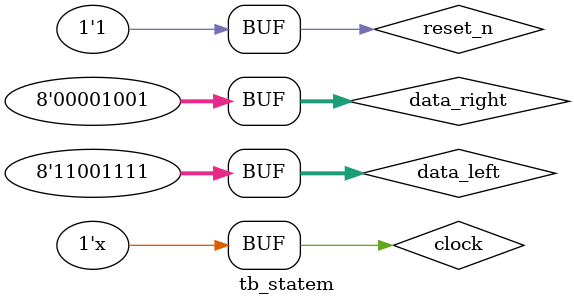
<source format=v>
`timescale 1ns / 1ps


module tb_statem(

    );
    
//input declaration
    reg clock;
    
    reg reset_n;
    
    reg [7:0] data_left;
    
    reg [7:0] data_right;
    
    //output declaration
    wire  [31:0]  sum;
    
    wire read_en;
    
    wire [9:0] addr;
    
    wire row_finished;
    
/// 

statem  U0(.clock(clock),.reset_n(reset_n),.data_left(data_left),.data_right(data_right),.sum(sum),.read_en(read_en),.addr(addr),.row_finished(row_finished));

initial begin
        clock=0;
        reset_n=0;
        #40
        reset_n=1;
        data_left=8'b1111_1111;
        data_right=8'b0000_1111;
        #90
        data_left=8'b1100_1111;
        data_right=8'b0000_1001;
        #90
        data_left=8'b1100_1111;
        data_right=8'b0000_1001;
                
        

end
always #10 clock=~clock;
   
endmodule

</source>
